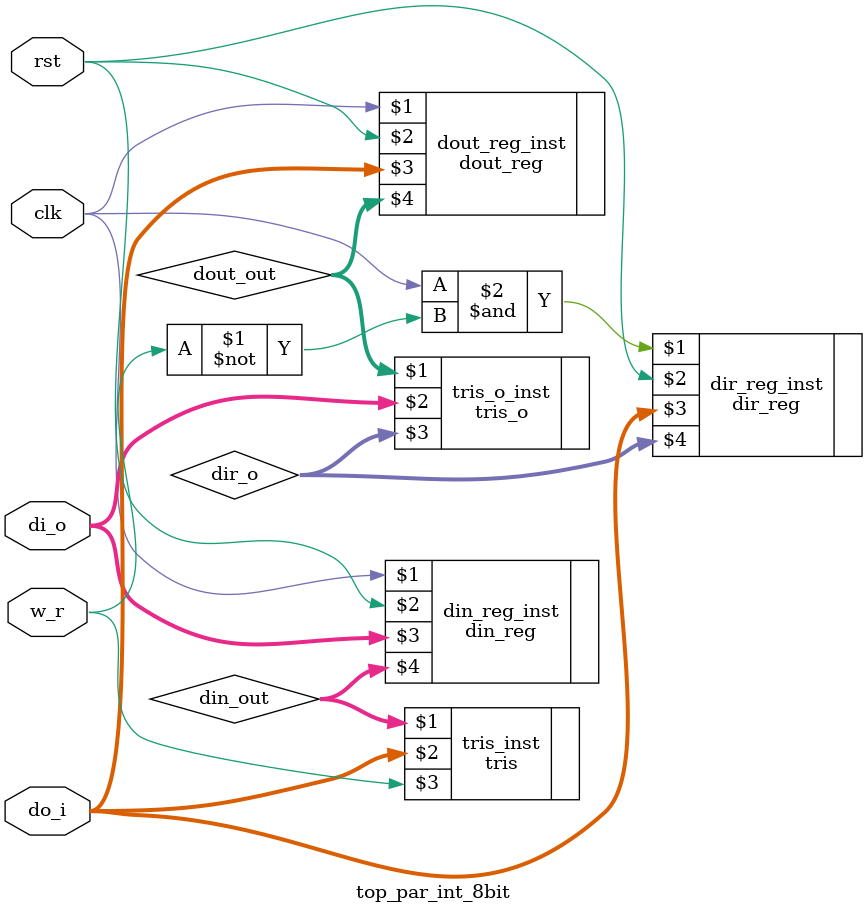
<source format=v>
module top_par_int_8bit(clk,rst,di_o,do_i,w_r); //Top Module for 8-bit Parallel Interface Circuit
input clk,rst,w_r;
inout [7:0]di_o,do_i;

wire [7:0]din_out,tri1_out,tri2_out,dout_out,dir_o;

din_reg din_reg_inst(clk,rst,di_o,din_out);
tris tris_inst(din_out,do_i,w_r);

dout_reg dout_reg_inst(clk,rst,do_i,dout_out);
dir_reg dir_reg_inst(clk & (~w_r),rst,do_i,dir_o);
tris_o tris_o_inst(dout_out,di_o,dir_o);

endmodule
</source>
